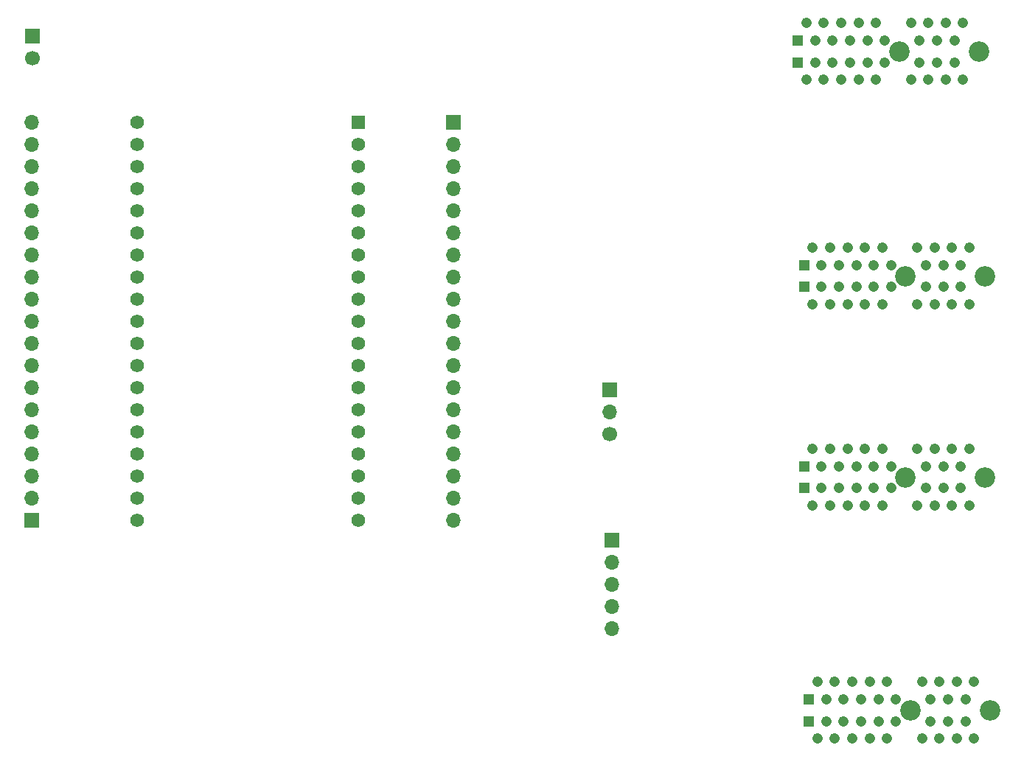
<source format=gbr>
%TF.GenerationSoftware,KiCad,Pcbnew,(6.0.6-0)*%
%TF.CreationDate,2023-03-25T11:09:11-07:00*%
%TF.ProjectId,le2-daq-new,6c65322d-6461-4712-9d6e-65772e6b6963,rev?*%
%TF.SameCoordinates,Original*%
%TF.FileFunction,Soldermask,Bot*%
%TF.FilePolarity,Negative*%
%FSLAX46Y46*%
G04 Gerber Fmt 4.6, Leading zero omitted, Abs format (unit mm)*
G04 Created by KiCad (PCBNEW (6.0.6-0)) date 2023-03-25 11:09:11*
%MOMM*%
%LPD*%
G01*
G04 APERTURE LIST*
%ADD10R,1.700000X1.700000*%
%ADD11O,1.700000X1.700000*%
%ADD12C,2.350000*%
%ADD13R,1.208000X1.208000*%
%ADD14C,1.208000*%
%ADD15C,1.560000*%
%ADD16R,1.560000X1.560000*%
%ADD17C,1.700000*%
G04 APERTURE END LIST*
D10*
%TO.C,J9*%
X157226000Y-101605000D03*
D11*
X157226000Y-104145000D03*
X157226000Y-106685000D03*
X157226000Y-109225000D03*
X157226000Y-111765000D03*
%TD*%
D12*
%TO.C,J2*%
X200126000Y-71262000D03*
X190976000Y-71262000D03*
D13*
X179326000Y-70012000D03*
D14*
X180326000Y-68012000D03*
X181326000Y-70012000D03*
X182326000Y-68012000D03*
X183326000Y-70012000D03*
X184326000Y-68012000D03*
X185326000Y-70012000D03*
X186326000Y-68012000D03*
X187326000Y-70012000D03*
X188326000Y-68012000D03*
X189326000Y-70012000D03*
X192326000Y-68012000D03*
X193326000Y-70012000D03*
X194326000Y-68012000D03*
X195326000Y-70012000D03*
X196326000Y-68012000D03*
X197326000Y-70012000D03*
X198326000Y-68012000D03*
D13*
X179326000Y-72512000D03*
D14*
X180326000Y-74512000D03*
X181326000Y-72512000D03*
X182326000Y-74512000D03*
X183326000Y-72512000D03*
X184326000Y-74512000D03*
X185326000Y-72512000D03*
X186326000Y-74512000D03*
X187326000Y-72512000D03*
X188326000Y-74512000D03*
X189326000Y-72512000D03*
X192326000Y-74512000D03*
X193326000Y-72512000D03*
X194326000Y-74512000D03*
X195326000Y-72512000D03*
X196326000Y-74512000D03*
X197326000Y-72512000D03*
X198326000Y-74512000D03*
%TD*%
D12*
%TO.C,J1*%
X190246000Y-45466000D03*
X199396000Y-45466000D03*
D13*
X178596000Y-44216000D03*
D14*
X179596000Y-42216000D03*
X180596000Y-44216000D03*
X181596000Y-42216000D03*
X182596000Y-44216000D03*
X183596000Y-42216000D03*
X184596000Y-44216000D03*
X185596000Y-42216000D03*
X186596000Y-44216000D03*
X187596000Y-42216000D03*
X188596000Y-44216000D03*
X191596000Y-42216000D03*
X192596000Y-44216000D03*
X193596000Y-42216000D03*
X194596000Y-44216000D03*
X195596000Y-42216000D03*
X196596000Y-44216000D03*
X197596000Y-42216000D03*
D13*
X178596000Y-46716000D03*
D14*
X179596000Y-48716000D03*
X180596000Y-46716000D03*
X181596000Y-48716000D03*
X182596000Y-46716000D03*
X183596000Y-48716000D03*
X184596000Y-46716000D03*
X185596000Y-48716000D03*
X186596000Y-46716000D03*
X187596000Y-48716000D03*
X188596000Y-46716000D03*
X191596000Y-48716000D03*
X192596000Y-46716000D03*
X193596000Y-48716000D03*
X194596000Y-46716000D03*
X195596000Y-48716000D03*
X196596000Y-46716000D03*
X197596000Y-48716000D03*
%TD*%
D15*
%TO.C,U1*%
X102769000Y-53646000D03*
X102769000Y-56186000D03*
X102769000Y-58726000D03*
X102769000Y-61266000D03*
X102769000Y-63806000D03*
X102769000Y-66346000D03*
X102769000Y-68886000D03*
X102769000Y-71426000D03*
X102769000Y-73966000D03*
X102769000Y-76506000D03*
X102769000Y-79046000D03*
X102769000Y-81586000D03*
X102769000Y-84126000D03*
X102769000Y-86666000D03*
X102769000Y-89206000D03*
X102769000Y-91746000D03*
X102769000Y-94286000D03*
X102769000Y-96826000D03*
X102769000Y-99366000D03*
D16*
X128169000Y-53646000D03*
D15*
X128169000Y-56186000D03*
X128169000Y-58726000D03*
X128169000Y-61266000D03*
X128169000Y-63806000D03*
X128169000Y-66346000D03*
X128169000Y-68886000D03*
X128169000Y-71426000D03*
X128169000Y-73966000D03*
X128169000Y-76506000D03*
X128169000Y-79046000D03*
X128169000Y-81586000D03*
X128169000Y-84126000D03*
X128169000Y-86666000D03*
X128169000Y-89206000D03*
X128169000Y-91746000D03*
X128169000Y-94286000D03*
X128169000Y-96826000D03*
X128169000Y-99366000D03*
%TD*%
D12*
%TO.C,J4*%
X191516000Y-121158000D03*
X200666000Y-121158000D03*
D13*
X179866000Y-119908000D03*
D14*
X180866000Y-117908000D03*
X181866000Y-119908000D03*
X182866000Y-117908000D03*
X183866000Y-119908000D03*
X184866000Y-117908000D03*
X185866000Y-119908000D03*
X186866000Y-117908000D03*
X187866000Y-119908000D03*
X188866000Y-117908000D03*
X189866000Y-119908000D03*
X192866000Y-117908000D03*
X193866000Y-119908000D03*
X194866000Y-117908000D03*
X195866000Y-119908000D03*
X196866000Y-117908000D03*
X197866000Y-119908000D03*
X198866000Y-117908000D03*
D13*
X179866000Y-122408000D03*
D14*
X180866000Y-124408000D03*
X181866000Y-122408000D03*
X182866000Y-124408000D03*
X183866000Y-122408000D03*
X184866000Y-124408000D03*
X185866000Y-122408000D03*
X186866000Y-124408000D03*
X187866000Y-122408000D03*
X188866000Y-124408000D03*
X189866000Y-122408000D03*
X192866000Y-124408000D03*
X193866000Y-122408000D03*
X194866000Y-124408000D03*
X195866000Y-122408000D03*
X196866000Y-124408000D03*
X197866000Y-122408000D03*
X198866000Y-124408000D03*
%TD*%
D17*
%TO.C,J5*%
X90678000Y-46233000D03*
D10*
X90678000Y-43693000D03*
%TD*%
%TO.C,J6*%
X139034000Y-53604000D03*
D11*
X139034000Y-56144000D03*
X139034000Y-58684000D03*
X139034000Y-61224000D03*
X139034000Y-63764000D03*
X139034000Y-66304000D03*
X139034000Y-68844000D03*
X139034000Y-71384000D03*
X139034000Y-73924000D03*
X139034000Y-76464000D03*
X139034000Y-79004000D03*
X139034000Y-81544000D03*
X139034000Y-84084000D03*
X139034000Y-86624000D03*
X139034000Y-89164000D03*
X139034000Y-91704000D03*
X139034000Y-94244000D03*
X139034000Y-96784000D03*
X139034000Y-99324000D03*
%TD*%
D17*
%TO.C,J8*%
X156972000Y-89393000D03*
D11*
X156972000Y-86853000D03*
D10*
X156972000Y-84313000D03*
%TD*%
%TO.C,J7*%
X90634000Y-99304000D03*
D11*
X90634000Y-96764000D03*
X90634000Y-94224000D03*
X90634000Y-91684000D03*
X90634000Y-89144000D03*
X90634000Y-86604000D03*
X90634000Y-84064000D03*
X90634000Y-81524000D03*
X90634000Y-78984000D03*
X90634000Y-76444000D03*
X90634000Y-73904000D03*
X90634000Y-71364000D03*
X90634000Y-68824000D03*
X90634000Y-66284000D03*
X90634000Y-63744000D03*
X90634000Y-61204000D03*
X90634000Y-58664000D03*
X90634000Y-56124000D03*
X90634000Y-53584000D03*
%TD*%
D12*
%TO.C,J3*%
X200126000Y-94376000D03*
X190976000Y-94376000D03*
D13*
X179326000Y-93126000D03*
D14*
X180326000Y-91126000D03*
X181326000Y-93126000D03*
X182326000Y-91126000D03*
X183326000Y-93126000D03*
X184326000Y-91126000D03*
X185326000Y-93126000D03*
X186326000Y-91126000D03*
X187326000Y-93126000D03*
X188326000Y-91126000D03*
X189326000Y-93126000D03*
X192326000Y-91126000D03*
X193326000Y-93126000D03*
X194326000Y-91126000D03*
X195326000Y-93126000D03*
X196326000Y-91126000D03*
X197326000Y-93126000D03*
X198326000Y-91126000D03*
D13*
X179326000Y-95626000D03*
D14*
X180326000Y-97626000D03*
X181326000Y-95626000D03*
X182326000Y-97626000D03*
X183326000Y-95626000D03*
X184326000Y-97626000D03*
X185326000Y-95626000D03*
X186326000Y-97626000D03*
X187326000Y-95626000D03*
X188326000Y-97626000D03*
X189326000Y-95626000D03*
X192326000Y-97626000D03*
X193326000Y-95626000D03*
X194326000Y-97626000D03*
X195326000Y-95626000D03*
X196326000Y-97626000D03*
X197326000Y-95626000D03*
X198326000Y-97626000D03*
%TD*%
M02*

</source>
